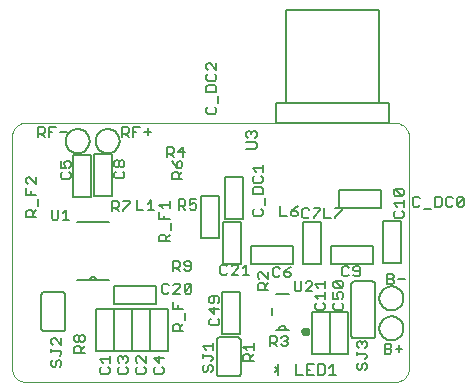
<source format=gto>
G75*
G70*
%OFA0B0*%
%FSLAX24Y24*%
%IPPOS*%
%LPD*%
%AMOC8*
5,1,8,0,0,1.08239X$1,22.5*
%
%ADD10C,0.0020*%
%ADD11C,0.0060*%
%ADD12C,0.0120*%
%ADD13C,0.0050*%
%ADD14C,0.0080*%
D10*
X006654Y000650D02*
X006654Y008311D01*
X006656Y008355D01*
X006662Y008398D01*
X006671Y008440D01*
X006684Y008482D01*
X006701Y008522D01*
X006721Y008561D01*
X006744Y008598D01*
X006771Y008632D01*
X006800Y008665D01*
X006833Y008694D01*
X006867Y008721D01*
X006904Y008744D01*
X006943Y008764D01*
X006983Y008781D01*
X007025Y008794D01*
X007067Y008803D01*
X007110Y008809D01*
X007154Y008811D01*
X019402Y008811D01*
X019446Y008809D01*
X019489Y008803D01*
X019531Y008794D01*
X019573Y008781D01*
X019613Y008764D01*
X019652Y008744D01*
X019689Y008721D01*
X019723Y008694D01*
X019756Y008665D01*
X019785Y008632D01*
X019812Y008598D01*
X019835Y008561D01*
X019855Y008522D01*
X019872Y008482D01*
X019885Y008440D01*
X019894Y008398D01*
X019900Y008355D01*
X019902Y008311D01*
X019902Y000650D01*
X019900Y000606D01*
X019894Y000563D01*
X019885Y000521D01*
X019872Y000479D01*
X019855Y000439D01*
X019835Y000400D01*
X019812Y000363D01*
X019785Y000329D01*
X019756Y000296D01*
X019723Y000267D01*
X019689Y000240D01*
X019652Y000217D01*
X019613Y000197D01*
X019573Y000180D01*
X019531Y000167D01*
X019489Y000158D01*
X019446Y000152D01*
X019402Y000150D01*
X007154Y000150D01*
X007110Y000152D01*
X007067Y000158D01*
X007025Y000167D01*
X006983Y000180D01*
X006943Y000197D01*
X006904Y000217D01*
X006867Y000240D01*
X006833Y000267D01*
X006800Y000296D01*
X006771Y000329D01*
X006744Y000363D01*
X006721Y000400D01*
X006701Y000439D01*
X006684Y000479D01*
X006671Y000521D01*
X006662Y000563D01*
X006656Y000606D01*
X006654Y000650D01*
D11*
X007970Y000726D02*
X008027Y000669D01*
X008083Y000669D01*
X008140Y000726D01*
X008140Y000839D01*
X008197Y000896D01*
X008254Y000896D01*
X008310Y000839D01*
X008310Y000726D01*
X008254Y000669D01*
X007970Y000726D02*
X007970Y000839D01*
X008027Y000896D01*
X008254Y001037D02*
X008310Y001094D01*
X008310Y001151D01*
X008254Y001207D01*
X007970Y001207D01*
X007970Y001151D02*
X007970Y001264D01*
X008027Y001406D02*
X007970Y001462D01*
X007970Y001576D01*
X008027Y001632D01*
X008083Y001632D01*
X008310Y001406D01*
X008310Y001632D01*
X008744Y001662D02*
X008801Y001719D01*
X008857Y001719D01*
X008914Y001662D01*
X008914Y001549D01*
X008857Y001492D01*
X008801Y001492D01*
X008744Y001549D01*
X008744Y001662D01*
X008914Y001662D02*
X008971Y001719D01*
X009028Y001719D01*
X009084Y001662D01*
X009084Y001549D01*
X009028Y001492D01*
X008971Y001492D01*
X008914Y001549D01*
X008914Y001351D02*
X008971Y001294D01*
X008971Y001124D01*
X008971Y001237D02*
X009084Y001351D01*
X008914Y001351D02*
X008801Y001351D01*
X008744Y001294D01*
X008744Y001124D01*
X009084Y001124D01*
X009583Y000912D02*
X009923Y000912D01*
X009923Y001025D02*
X009923Y000798D01*
X009867Y000657D02*
X009923Y000600D01*
X009923Y000487D01*
X009867Y000430D01*
X009640Y000430D01*
X009583Y000487D01*
X009583Y000600D01*
X009640Y000657D01*
X009696Y000798D02*
X009583Y000912D01*
X010183Y000855D02*
X010183Y000968D01*
X010240Y001025D01*
X010296Y001025D01*
X010353Y000968D01*
X010410Y001025D01*
X010467Y001025D01*
X010523Y000968D01*
X010523Y000855D01*
X010467Y000798D01*
X010467Y000657D02*
X010523Y000600D01*
X010523Y000487D01*
X010467Y000430D01*
X010240Y000430D01*
X010183Y000487D01*
X010183Y000600D01*
X010240Y000657D01*
X010240Y000798D02*
X010183Y000855D01*
X010353Y000912D02*
X010353Y000968D01*
X010783Y000968D02*
X010783Y000855D01*
X010840Y000798D01*
X010840Y000657D02*
X010783Y000600D01*
X010783Y000487D01*
X010840Y000430D01*
X011067Y000430D01*
X011123Y000487D01*
X011123Y000600D01*
X011067Y000657D01*
X011123Y000798D02*
X010896Y001025D01*
X010840Y001025D01*
X010783Y000968D01*
X011123Y001025D02*
X011123Y000798D01*
X011383Y000968D02*
X011553Y000798D01*
X011553Y001025D01*
X011723Y000968D02*
X011383Y000968D01*
X011440Y000657D02*
X011383Y000600D01*
X011383Y000487D01*
X011440Y000430D01*
X011667Y000430D01*
X011723Y000487D01*
X011723Y000600D01*
X011667Y000657D01*
X013020Y000666D02*
X013020Y000553D01*
X013076Y000496D01*
X013133Y000496D01*
X013190Y000553D01*
X013190Y000666D01*
X013246Y000723D01*
X013303Y000723D01*
X013360Y000666D01*
X013360Y000553D01*
X013303Y000496D01*
X013489Y000454D02*
X013489Y001554D01*
X013491Y001571D01*
X013495Y001588D01*
X013502Y001604D01*
X013512Y001618D01*
X013525Y001631D01*
X013539Y001641D01*
X013555Y001648D01*
X013572Y001652D01*
X013589Y001654D01*
X014189Y001654D01*
X014206Y001652D01*
X014223Y001648D01*
X014239Y001641D01*
X014253Y001631D01*
X014266Y001618D01*
X014276Y001604D01*
X014283Y001588D01*
X014287Y001571D01*
X014289Y001554D01*
X014289Y000454D01*
X014287Y000437D01*
X014283Y000420D01*
X014276Y000404D01*
X014266Y000390D01*
X014253Y000377D01*
X014239Y000367D01*
X014223Y000360D01*
X014206Y000356D01*
X014189Y000354D01*
X013589Y000354D01*
X013572Y000356D01*
X013555Y000360D01*
X013539Y000367D01*
X013525Y000377D01*
X013512Y000390D01*
X013502Y000404D01*
X013495Y000420D01*
X013491Y000437D01*
X013489Y000454D01*
X013076Y000723D02*
X013020Y000666D01*
X013303Y000865D02*
X013360Y000921D01*
X013360Y000978D01*
X013303Y001035D01*
X013020Y001035D01*
X013020Y001091D02*
X013020Y000978D01*
X013133Y001233D02*
X013020Y001346D01*
X013360Y001346D01*
X013360Y001233D02*
X013360Y001460D01*
X012374Y001866D02*
X012034Y001866D01*
X012034Y002036D01*
X012091Y002093D01*
X012204Y002093D01*
X012261Y002036D01*
X012261Y001866D01*
X012261Y001980D02*
X012374Y002093D01*
X012431Y002235D02*
X012431Y002461D01*
X012374Y002603D02*
X012034Y002603D01*
X012034Y002830D01*
X012204Y002716D02*
X012204Y002603D01*
X012274Y003102D02*
X012048Y003102D01*
X012274Y003329D01*
X012274Y003386D01*
X012218Y003442D01*
X012104Y003442D01*
X012048Y003386D01*
X011906Y003386D02*
X011849Y003442D01*
X011736Y003442D01*
X011679Y003386D01*
X011679Y003159D01*
X011736Y003102D01*
X011849Y003102D01*
X011906Y003159D01*
X012416Y003159D02*
X012643Y003386D01*
X012643Y003159D01*
X012586Y003102D01*
X012473Y003102D01*
X012416Y003159D01*
X012416Y003386D01*
X012473Y003442D01*
X012586Y003442D01*
X012643Y003386D01*
X012571Y003856D02*
X012457Y003856D01*
X012401Y003913D01*
X012457Y004026D02*
X012627Y004026D01*
X012627Y003913D02*
X012627Y004140D01*
X012571Y004197D01*
X012457Y004197D01*
X012401Y004140D01*
X012401Y004083D01*
X012457Y004026D01*
X012259Y004026D02*
X012202Y003970D01*
X012032Y003970D01*
X012146Y003970D02*
X012259Y003856D01*
X012259Y004026D02*
X012259Y004140D01*
X012202Y004197D01*
X012032Y004197D01*
X012032Y003856D01*
X012571Y003856D02*
X012627Y003913D01*
X013615Y004014D02*
X013615Y003787D01*
X013672Y003730D01*
X013785Y003730D01*
X013842Y003787D01*
X013984Y003730D02*
X014210Y003957D01*
X014210Y004014D01*
X014154Y004071D01*
X014040Y004071D01*
X013984Y004014D01*
X013842Y004014D02*
X013785Y004071D01*
X013672Y004071D01*
X013615Y004014D01*
X013984Y003730D02*
X014210Y003730D01*
X014352Y003730D02*
X014579Y003730D01*
X014465Y003730D02*
X014465Y004071D01*
X014352Y003957D01*
X014858Y003758D02*
X014858Y003645D01*
X014915Y003588D01*
X014915Y003447D02*
X015029Y003447D01*
X015085Y003390D01*
X015085Y003220D01*
X015085Y003333D02*
X015199Y003447D01*
X015199Y003588D02*
X014972Y003815D01*
X014915Y003815D01*
X014858Y003758D01*
X015199Y003815D02*
X015199Y003588D01*
X015362Y003713D02*
X015419Y003656D01*
X015533Y003656D01*
X015589Y003713D01*
X015731Y003713D02*
X015731Y003826D01*
X015901Y003826D01*
X015958Y003770D01*
X015958Y003713D01*
X015901Y003656D01*
X015788Y003656D01*
X015731Y003713D01*
X015731Y003826D02*
X015844Y003940D01*
X015958Y003996D01*
X015589Y003940D02*
X015533Y003996D01*
X015419Y003996D01*
X015362Y003940D01*
X015362Y003713D01*
X014915Y003447D02*
X014858Y003390D01*
X014858Y003220D01*
X015199Y003220D01*
X015468Y003110D02*
X015888Y003110D01*
X016083Y003241D02*
X016140Y003185D01*
X016253Y003185D01*
X016310Y003241D01*
X016310Y003525D01*
X016452Y003468D02*
X016508Y003525D01*
X016622Y003525D01*
X016678Y003468D01*
X016678Y003411D01*
X016452Y003185D01*
X016678Y003185D01*
X016761Y003043D02*
X017101Y003043D01*
X017101Y002930D02*
X017101Y003157D01*
X017101Y003298D02*
X017101Y003525D01*
X017101Y003412D02*
X016761Y003412D01*
X016874Y003298D01*
X016761Y003043D02*
X016874Y002930D01*
X016818Y002788D02*
X016761Y002732D01*
X016761Y002618D01*
X016818Y002561D01*
X017044Y002561D01*
X017101Y002618D01*
X017101Y002732D01*
X017044Y002788D01*
X017375Y002740D02*
X017375Y002627D01*
X017431Y002570D01*
X017658Y002570D01*
X017715Y002627D01*
X017715Y002740D01*
X017658Y002797D01*
X017658Y002938D02*
X017715Y002995D01*
X017715Y003108D01*
X017658Y003165D01*
X017545Y003165D01*
X017488Y003108D01*
X017488Y003052D01*
X017545Y002938D01*
X017375Y002938D01*
X017375Y003165D01*
X017431Y003307D02*
X017375Y003363D01*
X017375Y003477D01*
X017431Y003533D01*
X017658Y003307D01*
X017715Y003363D01*
X017715Y003477D01*
X017658Y003533D01*
X017431Y003533D01*
X017678Y003738D02*
X017734Y003681D01*
X017848Y003681D01*
X017904Y003738D01*
X018046Y003738D02*
X018103Y003681D01*
X018216Y003681D01*
X018273Y003738D01*
X018273Y003964D01*
X018216Y004021D01*
X018103Y004021D01*
X018046Y003964D01*
X018046Y003908D01*
X018103Y003851D01*
X018273Y003851D01*
X017904Y003964D02*
X017848Y004021D01*
X017734Y004021D01*
X017678Y003964D01*
X017678Y003738D01*
X018073Y003515D02*
X018673Y003515D01*
X018690Y003513D01*
X018707Y003509D01*
X018723Y003502D01*
X018737Y003492D01*
X018750Y003479D01*
X018760Y003465D01*
X018767Y003449D01*
X018771Y003432D01*
X018773Y003415D01*
X018773Y001715D01*
X018771Y001698D01*
X018767Y001681D01*
X018760Y001665D01*
X018750Y001651D01*
X018737Y001638D01*
X018723Y001628D01*
X018707Y001621D01*
X018690Y001617D01*
X018673Y001615D01*
X018073Y001615D01*
X018056Y001617D01*
X018039Y001621D01*
X018023Y001628D01*
X018009Y001638D01*
X017996Y001651D01*
X017986Y001665D01*
X017979Y001681D01*
X017975Y001698D01*
X017973Y001715D01*
X017973Y003415D01*
X017975Y003432D01*
X017979Y003449D01*
X017986Y003465D01*
X017996Y003479D01*
X018009Y003492D01*
X018023Y003502D01*
X018039Y003509D01*
X018056Y003513D01*
X018073Y003515D01*
X017658Y003307D02*
X017431Y003307D01*
X017431Y002797D02*
X017375Y002740D01*
X016083Y003241D02*
X016083Y003525D01*
X015338Y002640D02*
X015338Y002380D01*
X015468Y001910D02*
X015558Y001910D01*
X015798Y001910D01*
X015888Y001910D01*
X015798Y001910D02*
X015796Y001931D01*
X015791Y001951D01*
X015782Y001970D01*
X015770Y001987D01*
X015755Y002002D01*
X015738Y002014D01*
X015719Y002023D01*
X015699Y002028D01*
X015678Y002030D01*
X015657Y002028D01*
X015637Y002023D01*
X015618Y002014D01*
X015601Y002002D01*
X015586Y001987D01*
X015574Y001970D01*
X015565Y001951D01*
X015560Y001931D01*
X015558Y001910D01*
X015432Y001696D02*
X015262Y001696D01*
X015262Y001355D01*
X015262Y001469D02*
X015432Y001469D01*
X015489Y001526D01*
X015489Y001639D01*
X015432Y001696D01*
X015630Y001639D02*
X015687Y001696D01*
X015800Y001696D01*
X015857Y001639D01*
X015857Y001582D01*
X015800Y001526D01*
X015857Y001469D01*
X015857Y001412D01*
X015800Y001355D01*
X015687Y001355D01*
X015630Y001412D01*
X015489Y001355D02*
X015375Y001469D01*
X015744Y001526D02*
X015800Y001526D01*
X014719Y001455D02*
X014719Y001228D01*
X014719Y001342D02*
X014378Y001342D01*
X014492Y001228D01*
X014549Y001087D02*
X014605Y001030D01*
X014605Y000860D01*
X014605Y000973D02*
X014719Y001087D01*
X014549Y001087D02*
X014435Y001087D01*
X014378Y001030D01*
X014378Y000860D01*
X014719Y000860D01*
X016132Y000746D02*
X016132Y000405D01*
X016359Y000405D01*
X016500Y000405D02*
X016727Y000405D01*
X016869Y000405D02*
X017039Y000405D01*
X017095Y000462D01*
X017095Y000689D01*
X017039Y000746D01*
X016869Y000746D01*
X016869Y000405D01*
X016614Y000576D02*
X016500Y000576D01*
X016500Y000746D02*
X016500Y000405D01*
X016500Y000746D02*
X016727Y000746D01*
X017237Y000632D02*
X017350Y000746D01*
X017350Y000405D01*
X017237Y000405D02*
X017464Y000405D01*
X018163Y000622D02*
X018220Y000565D01*
X018277Y000565D01*
X018333Y000622D01*
X018333Y000735D01*
X018390Y000792D01*
X018447Y000792D01*
X018504Y000735D01*
X018504Y000622D01*
X018447Y000565D01*
X018163Y000622D02*
X018163Y000735D01*
X018220Y000792D01*
X018163Y001047D02*
X018163Y001160D01*
X018163Y001103D02*
X018447Y001103D01*
X018504Y001047D01*
X018504Y000990D01*
X018447Y000933D01*
X018447Y001302D02*
X018504Y001358D01*
X018504Y001472D01*
X018447Y001528D01*
X018390Y001528D01*
X018333Y001472D01*
X018333Y001415D01*
X018333Y001472D02*
X018277Y001528D01*
X018220Y001528D01*
X018163Y001472D01*
X018163Y001358D01*
X018220Y001302D01*
X019083Y001270D02*
X019253Y001270D01*
X019310Y001213D01*
X019310Y001157D01*
X019253Y001100D01*
X019083Y001100D01*
X019083Y001440D01*
X019253Y001440D01*
X019310Y001384D01*
X019310Y001327D01*
X019253Y001270D01*
X019452Y001270D02*
X019678Y001270D01*
X019565Y001157D02*
X019565Y001384D01*
X019343Y003420D02*
X019173Y003420D01*
X019173Y003760D01*
X019343Y003760D01*
X019400Y003704D01*
X019400Y003647D01*
X019343Y003590D01*
X019173Y003590D01*
X019343Y003590D02*
X019400Y003533D01*
X019400Y003477D01*
X019343Y003420D01*
X019542Y003590D02*
X019768Y003590D01*
X017431Y005615D02*
X017431Y005671D01*
X017658Y005898D01*
X017658Y005955D01*
X017431Y005955D01*
X017062Y005955D02*
X017062Y005615D01*
X017289Y005615D01*
X016943Y005897D02*
X016716Y005670D01*
X016716Y005613D01*
X016575Y005670D02*
X016518Y005613D01*
X016405Y005613D01*
X016348Y005670D01*
X016348Y005897D01*
X016405Y005954D01*
X016518Y005954D01*
X016575Y005897D01*
X016716Y005954D02*
X016943Y005954D01*
X016943Y005897D01*
X016197Y005794D02*
X016197Y005737D01*
X016140Y005680D01*
X016027Y005680D01*
X015970Y005737D01*
X015970Y005850D01*
X016140Y005850D01*
X016197Y005794D01*
X016084Y005964D02*
X015970Y005850D01*
X016084Y005964D02*
X016197Y006021D01*
X015829Y005680D02*
X015602Y005680D01*
X015602Y006021D01*
X015087Y006060D02*
X015087Y006287D01*
X015030Y006429D02*
X014690Y006429D01*
X014690Y006599D01*
X014747Y006655D01*
X014973Y006655D01*
X015030Y006599D01*
X015030Y006429D01*
X014973Y006797D02*
X015030Y006854D01*
X015030Y006967D01*
X014973Y007024D01*
X015030Y007165D02*
X015030Y007392D01*
X015030Y007279D02*
X014690Y007279D01*
X014803Y007165D01*
X014747Y007024D02*
X014690Y006967D01*
X014690Y006854D01*
X014747Y006797D01*
X014973Y006797D01*
X014973Y005919D02*
X015030Y005862D01*
X015030Y005749D01*
X014973Y005692D01*
X014747Y005692D01*
X014690Y005749D01*
X014690Y005862D01*
X014747Y005919D01*
X012811Y005963D02*
X012754Y005906D01*
X012641Y005906D01*
X012584Y005963D01*
X012584Y006076D02*
X012697Y006133D01*
X012754Y006133D01*
X012811Y006076D01*
X012811Y005963D01*
X012584Y006076D02*
X012584Y006247D01*
X012811Y006247D01*
X012442Y006190D02*
X012442Y006076D01*
X012386Y006020D01*
X012216Y006020D01*
X012329Y006020D02*
X012442Y005906D01*
X012216Y005906D02*
X012216Y006247D01*
X012386Y006247D01*
X012442Y006190D01*
X011919Y006181D02*
X011919Y005954D01*
X011919Y006068D02*
X011578Y006068D01*
X011692Y005954D01*
X011578Y005813D02*
X011578Y005586D01*
X011919Y005586D01*
X011975Y005445D02*
X011975Y005218D01*
X011919Y005076D02*
X011805Y004963D01*
X011805Y005020D02*
X011805Y004849D01*
X011919Y004849D02*
X011578Y004849D01*
X011578Y005020D01*
X011635Y005076D01*
X011748Y005076D01*
X011805Y005020D01*
X011748Y005586D02*
X011748Y005699D01*
X010592Y006132D02*
X010365Y005905D01*
X010365Y005848D01*
X010224Y005848D02*
X010110Y005962D01*
X010167Y005962D02*
X009997Y005962D01*
X009997Y005848D02*
X009997Y006189D01*
X010167Y006189D01*
X010224Y006132D01*
X010224Y006018D01*
X010167Y005962D01*
X010365Y006189D02*
X010592Y006189D01*
X010592Y006132D01*
X009900Y005510D02*
X008820Y005510D01*
X008900Y005510D02*
X009820Y005510D01*
X008582Y005560D02*
X008355Y005560D01*
X008469Y005560D02*
X008469Y005901D01*
X008355Y005787D01*
X008214Y005901D02*
X008214Y005617D01*
X008157Y005560D01*
X008044Y005560D01*
X007987Y005617D01*
X007987Y005901D01*
X007523Y006031D02*
X007523Y006258D01*
X007467Y006400D02*
X007126Y006400D01*
X007126Y006627D01*
X007183Y006768D02*
X007126Y006825D01*
X007126Y006938D01*
X007183Y006995D01*
X007240Y006995D01*
X007467Y006768D01*
X007467Y006995D01*
X008288Y006987D02*
X008345Y006930D01*
X008571Y006930D01*
X008628Y006987D01*
X008628Y007100D01*
X008571Y007157D01*
X008571Y007298D02*
X008628Y007355D01*
X008628Y007468D01*
X008571Y007525D01*
X008458Y007525D01*
X008401Y007468D01*
X008401Y007412D01*
X008458Y007298D01*
X008288Y007298D01*
X008288Y007525D01*
X008345Y007157D02*
X008288Y007100D01*
X008288Y006987D01*
X007296Y006513D02*
X007296Y006400D01*
X007296Y005890D02*
X007183Y005890D01*
X007126Y005833D01*
X007126Y005663D01*
X007467Y005663D01*
X007353Y005663D02*
X007353Y005833D01*
X007296Y005890D01*
X007353Y005777D02*
X007467Y005890D01*
X010073Y007007D02*
X010130Y006950D01*
X010357Y006950D01*
X010413Y007007D01*
X010413Y007120D01*
X010357Y007177D01*
X010357Y007318D02*
X010300Y007318D01*
X010243Y007375D01*
X010243Y007488D01*
X010300Y007545D01*
X010357Y007545D01*
X010413Y007488D01*
X010413Y007375D01*
X010357Y007318D01*
X010243Y007375D02*
X010186Y007318D01*
X010130Y007318D01*
X010073Y007375D01*
X010073Y007488D01*
X010130Y007545D01*
X010186Y007545D01*
X010243Y007488D01*
X010130Y007177D02*
X010073Y007120D01*
X010073Y007007D01*
X011833Y007655D02*
X011833Y007995D01*
X012003Y007995D01*
X012060Y007938D01*
X012060Y007825D01*
X012003Y007768D01*
X011833Y007768D01*
X011947Y007768D02*
X012060Y007655D01*
X012007Y007527D02*
X012063Y007414D01*
X012177Y007301D01*
X012177Y007471D01*
X012234Y007527D01*
X012290Y007527D01*
X012347Y007471D01*
X012347Y007357D01*
X012290Y007301D01*
X012177Y007301D01*
X012177Y007159D02*
X012234Y007102D01*
X012234Y006932D01*
X012347Y006932D02*
X012007Y006932D01*
X012007Y007102D01*
X012063Y007159D01*
X012177Y007159D01*
X012234Y007046D02*
X012347Y007159D01*
X012372Y007655D02*
X012372Y007995D01*
X012202Y007825D01*
X012428Y007825D01*
X011297Y008500D02*
X011070Y008500D01*
X011183Y008387D02*
X011183Y008614D01*
X010928Y008670D02*
X010702Y008670D01*
X010702Y008330D01*
X010560Y008330D02*
X010447Y008443D01*
X010503Y008443D02*
X010333Y008443D01*
X010333Y008330D02*
X010333Y008670D01*
X010503Y008670D01*
X010560Y008614D01*
X010560Y008500D01*
X010503Y008443D01*
X010702Y008500D02*
X010815Y008500D01*
X008497Y008500D02*
X008270Y008500D01*
X008015Y008500D02*
X007902Y008500D01*
X007760Y008500D02*
X007760Y008614D01*
X007703Y008670D01*
X007533Y008670D01*
X007533Y008330D01*
X007533Y008443D02*
X007703Y008443D01*
X007760Y008500D01*
X007647Y008443D02*
X007760Y008330D01*
X007902Y008330D02*
X007902Y008670D01*
X008128Y008670D01*
X013142Y009146D02*
X013199Y009089D01*
X013426Y009089D01*
X013482Y009146D01*
X013482Y009259D01*
X013426Y009316D01*
X013539Y009457D02*
X013539Y009684D01*
X013482Y009825D02*
X013142Y009825D01*
X013142Y009996D01*
X013199Y010052D01*
X013426Y010052D01*
X013482Y009996D01*
X013482Y009825D01*
X013426Y010194D02*
X013482Y010250D01*
X013482Y010364D01*
X013426Y010421D01*
X013482Y010562D02*
X013256Y010789D01*
X013199Y010789D01*
X013142Y010732D01*
X013142Y010619D01*
X013199Y010562D01*
X013199Y010421D02*
X013142Y010364D01*
X013142Y010250D01*
X013199Y010194D01*
X013426Y010194D01*
X013482Y010562D02*
X013482Y010789D01*
X013199Y009316D02*
X013142Y009259D01*
X013142Y009146D01*
X014479Y008471D02*
X014536Y008528D01*
X014592Y008528D01*
X014649Y008471D01*
X014706Y008528D01*
X014763Y008528D01*
X014819Y008471D01*
X014819Y008358D01*
X014763Y008301D01*
X014763Y008159D02*
X014479Y008159D01*
X014536Y008301D02*
X014479Y008358D01*
X014479Y008471D01*
X014649Y008471D02*
X014649Y008414D01*
X014763Y008159D02*
X014819Y008103D01*
X014819Y007989D01*
X014763Y007933D01*
X014479Y007933D01*
X019390Y006548D02*
X019390Y006434D01*
X019446Y006377D01*
X019673Y006377D01*
X019446Y006604D01*
X019673Y006604D01*
X019730Y006548D01*
X019730Y006434D01*
X019673Y006377D01*
X019730Y006236D02*
X019730Y006009D01*
X019730Y006123D02*
X019390Y006123D01*
X019503Y006009D01*
X019446Y005868D02*
X019390Y005811D01*
X019390Y005698D01*
X019446Y005641D01*
X019673Y005641D01*
X019730Y005698D01*
X019730Y005811D01*
X019673Y005868D01*
X020025Y006053D02*
X020082Y005997D01*
X020195Y005997D01*
X020252Y006053D01*
X020393Y005940D02*
X020620Y005940D01*
X020762Y005997D02*
X020932Y005997D01*
X020989Y006053D01*
X020989Y006280D01*
X020932Y006337D01*
X020762Y006337D01*
X020762Y005997D01*
X021130Y006053D02*
X021187Y005997D01*
X021300Y005997D01*
X021357Y006053D01*
X021498Y006053D02*
X021725Y006280D01*
X021725Y006053D01*
X021668Y005997D01*
X021555Y005997D01*
X021498Y006053D01*
X021498Y006280D01*
X021555Y006337D01*
X021668Y006337D01*
X021725Y006280D01*
X021357Y006280D02*
X021300Y006337D01*
X021187Y006337D01*
X021130Y006280D01*
X021130Y006053D01*
X020252Y006280D02*
X020195Y006337D01*
X020082Y006337D01*
X020025Y006280D01*
X020025Y006053D01*
X019446Y006604D02*
X019390Y006548D01*
X013579Y002957D02*
X013522Y003013D01*
X013295Y003013D01*
X013238Y002957D01*
X013238Y002843D01*
X013295Y002787D01*
X013352Y002787D01*
X013409Y002843D01*
X013409Y003013D01*
X013579Y002957D02*
X013579Y002843D01*
X013522Y002787D01*
X013409Y002645D02*
X013409Y002418D01*
X013238Y002588D01*
X013579Y002588D01*
X013522Y002277D02*
X013579Y002220D01*
X013579Y002107D01*
X013522Y002050D01*
X013295Y002050D01*
X013238Y002107D01*
X013238Y002220D01*
X013295Y002277D01*
X009900Y003550D02*
X008820Y003550D01*
X008900Y003550D02*
X009240Y003550D01*
X009480Y003550D01*
X009820Y003550D01*
X009480Y003550D02*
X009478Y003571D01*
X009473Y003591D01*
X009464Y003610D01*
X009452Y003627D01*
X009437Y003642D01*
X009420Y003654D01*
X009401Y003663D01*
X009381Y003668D01*
X009360Y003670D01*
X009339Y003668D01*
X009319Y003663D01*
X009300Y003654D01*
X009283Y003642D01*
X009268Y003627D01*
X009256Y003610D01*
X009247Y003591D01*
X009242Y003571D01*
X009240Y003550D01*
X009242Y003571D01*
X009247Y003591D01*
X009256Y003610D01*
X009268Y003627D01*
X009283Y003642D01*
X009300Y003654D01*
X009319Y003663D01*
X009339Y003668D01*
X009360Y003670D01*
X009381Y003668D01*
X009401Y003663D01*
X009420Y003654D01*
X009437Y003642D01*
X009452Y003627D01*
X009464Y003610D01*
X009473Y003591D01*
X009478Y003571D01*
X009480Y003550D01*
X008441Y003061D02*
X008441Y001961D01*
X008439Y001944D01*
X008435Y001927D01*
X008428Y001911D01*
X008418Y001897D01*
X008405Y001884D01*
X008391Y001874D01*
X008375Y001867D01*
X008358Y001863D01*
X008341Y001861D01*
X007741Y001861D01*
X007724Y001863D01*
X007707Y001867D01*
X007691Y001874D01*
X007677Y001884D01*
X007664Y001897D01*
X007654Y001911D01*
X007647Y001927D01*
X007643Y001944D01*
X007641Y001961D01*
X007641Y003061D01*
X007643Y003078D01*
X007647Y003095D01*
X007654Y003111D01*
X007664Y003125D01*
X007677Y003138D01*
X007691Y003148D01*
X007707Y003155D01*
X007724Y003159D01*
X007741Y003161D01*
X008341Y003161D01*
X008358Y003159D01*
X008375Y003155D01*
X008391Y003148D01*
X008405Y003138D01*
X008418Y003125D01*
X008428Y003111D01*
X008435Y003095D01*
X008439Y003078D01*
X008441Y003061D01*
D12*
X016378Y001830D02*
X016380Y001847D01*
X016385Y001864D01*
X016394Y001878D01*
X016406Y001891D01*
X016421Y001901D01*
X016437Y001907D01*
X016454Y001910D01*
X016471Y001909D01*
X016488Y001904D01*
X016503Y001896D01*
X016516Y001885D01*
X016527Y001871D01*
X016534Y001856D01*
X016538Y001839D01*
X016538Y001821D01*
X016534Y001804D01*
X016527Y001789D01*
X016516Y001775D01*
X016503Y001764D01*
X016488Y001756D01*
X016471Y001751D01*
X016454Y001750D01*
X016437Y001753D01*
X016421Y001759D01*
X016406Y001769D01*
X016394Y001782D01*
X016385Y001796D01*
X016380Y001813D01*
X016378Y001830D01*
D13*
X016655Y002494D02*
X017255Y002494D01*
X017255Y001094D01*
X016655Y001094D01*
X016655Y002494D01*
X017252Y002490D02*
X017852Y002490D01*
X017852Y001090D01*
X017252Y001090D01*
X017252Y002490D01*
X018913Y002950D02*
X018915Y002990D01*
X018921Y003029D01*
X018931Y003068D01*
X018944Y003105D01*
X018962Y003141D01*
X018983Y003175D01*
X019007Y003207D01*
X019034Y003236D01*
X019064Y003263D01*
X019096Y003286D01*
X019131Y003306D01*
X019167Y003322D01*
X019205Y003335D01*
X019244Y003344D01*
X019283Y003349D01*
X019323Y003350D01*
X019363Y003347D01*
X019402Y003340D01*
X019440Y003329D01*
X019478Y003315D01*
X019513Y003296D01*
X019546Y003275D01*
X019578Y003250D01*
X019606Y003222D01*
X019632Y003192D01*
X019654Y003159D01*
X019673Y003124D01*
X019689Y003087D01*
X019701Y003049D01*
X019709Y003010D01*
X019713Y002970D01*
X019713Y002930D01*
X019709Y002890D01*
X019701Y002851D01*
X019689Y002813D01*
X019673Y002776D01*
X019654Y002741D01*
X019632Y002708D01*
X019606Y002678D01*
X019578Y002650D01*
X019546Y002625D01*
X019513Y002604D01*
X019478Y002585D01*
X019440Y002571D01*
X019402Y002560D01*
X019363Y002553D01*
X019323Y002550D01*
X019283Y002551D01*
X019244Y002556D01*
X019205Y002565D01*
X019167Y002578D01*
X019131Y002594D01*
X019096Y002614D01*
X019064Y002637D01*
X019034Y002664D01*
X019007Y002693D01*
X018983Y002725D01*
X018962Y002759D01*
X018944Y002795D01*
X018931Y002832D01*
X018921Y002871D01*
X018915Y002910D01*
X018913Y002950D01*
X018913Y001950D02*
X018915Y001990D01*
X018921Y002029D01*
X018931Y002068D01*
X018944Y002105D01*
X018962Y002141D01*
X018983Y002175D01*
X019007Y002207D01*
X019034Y002236D01*
X019064Y002263D01*
X019096Y002286D01*
X019131Y002306D01*
X019167Y002322D01*
X019205Y002335D01*
X019244Y002344D01*
X019283Y002349D01*
X019323Y002350D01*
X019363Y002347D01*
X019402Y002340D01*
X019440Y002329D01*
X019478Y002315D01*
X019513Y002296D01*
X019546Y002275D01*
X019578Y002250D01*
X019606Y002222D01*
X019632Y002192D01*
X019654Y002159D01*
X019673Y002124D01*
X019689Y002087D01*
X019701Y002049D01*
X019709Y002010D01*
X019713Y001970D01*
X019713Y001930D01*
X019709Y001890D01*
X019701Y001851D01*
X019689Y001813D01*
X019673Y001776D01*
X019654Y001741D01*
X019632Y001708D01*
X019606Y001678D01*
X019578Y001650D01*
X019546Y001625D01*
X019513Y001604D01*
X019478Y001585D01*
X019440Y001571D01*
X019402Y001560D01*
X019363Y001553D01*
X019323Y001550D01*
X019283Y001551D01*
X019244Y001556D01*
X019205Y001565D01*
X019167Y001578D01*
X019131Y001594D01*
X019096Y001614D01*
X019064Y001637D01*
X019034Y001664D01*
X019007Y001693D01*
X018983Y001725D01*
X018962Y001759D01*
X018944Y001795D01*
X018931Y001832D01*
X018921Y001871D01*
X018915Y001910D01*
X018913Y001950D01*
X018690Y004090D02*
X017290Y004090D01*
X017290Y004690D01*
X018690Y004690D01*
X018690Y004090D01*
X019020Y004112D02*
X019620Y004112D01*
X019620Y005512D01*
X019020Y005512D01*
X019020Y004112D01*
X016951Y004111D02*
X016351Y004111D01*
X016351Y005511D01*
X016951Y005511D01*
X016951Y004111D01*
X016022Y004083D02*
X016022Y004683D01*
X014622Y004683D01*
X014622Y004083D01*
X016022Y004083D01*
X014291Y004108D02*
X013691Y004108D01*
X013691Y005508D01*
X014291Y005508D01*
X014291Y004108D01*
X013553Y004950D02*
X012953Y004950D01*
X012953Y006350D01*
X013553Y006350D01*
X013553Y004950D01*
X013780Y005603D02*
X014380Y005603D01*
X014380Y007003D01*
X013780Y007003D01*
X013780Y005603D01*
X017553Y005950D02*
X017553Y006550D01*
X018953Y006550D01*
X018953Y005950D01*
X017553Y005950D01*
X014258Y003150D02*
X013658Y003150D01*
X013658Y001750D01*
X014258Y001750D01*
X014258Y003150D01*
X011873Y002600D02*
X011873Y001200D01*
X011273Y001200D01*
X011273Y002600D01*
X011873Y002600D01*
X011479Y002752D02*
X011479Y003352D01*
X010079Y003352D01*
X010079Y002752D01*
X011479Y002752D01*
X011273Y002600D02*
X011273Y001200D01*
X010673Y001200D01*
X010073Y001200D01*
X010073Y002600D01*
X010673Y002600D01*
X010673Y001200D01*
X010673Y002600D01*
X011273Y002600D01*
X010073Y002600D02*
X010073Y001200D01*
X009473Y001200D01*
X009473Y002600D01*
X010073Y002600D01*
X009993Y006350D02*
X009393Y006350D01*
X009393Y007750D01*
X009993Y007750D01*
X009993Y006350D01*
X009313Y006330D02*
X008713Y006330D01*
X008713Y007730D01*
X009313Y007730D01*
X009313Y006330D01*
X008453Y008190D02*
X008455Y008230D01*
X008461Y008269D01*
X008471Y008308D01*
X008484Y008345D01*
X008502Y008381D01*
X008523Y008415D01*
X008547Y008447D01*
X008574Y008476D01*
X008604Y008503D01*
X008636Y008526D01*
X008671Y008546D01*
X008707Y008562D01*
X008745Y008575D01*
X008784Y008584D01*
X008823Y008589D01*
X008863Y008590D01*
X008903Y008587D01*
X008942Y008580D01*
X008980Y008569D01*
X009018Y008555D01*
X009053Y008536D01*
X009086Y008515D01*
X009118Y008490D01*
X009146Y008462D01*
X009172Y008432D01*
X009194Y008399D01*
X009213Y008364D01*
X009229Y008327D01*
X009241Y008289D01*
X009249Y008250D01*
X009253Y008210D01*
X009253Y008170D01*
X009249Y008130D01*
X009241Y008091D01*
X009229Y008053D01*
X009213Y008016D01*
X009194Y007981D01*
X009172Y007948D01*
X009146Y007918D01*
X009118Y007890D01*
X009086Y007865D01*
X009053Y007844D01*
X009018Y007825D01*
X008980Y007811D01*
X008942Y007800D01*
X008903Y007793D01*
X008863Y007790D01*
X008823Y007791D01*
X008784Y007796D01*
X008745Y007805D01*
X008707Y007818D01*
X008671Y007834D01*
X008636Y007854D01*
X008604Y007877D01*
X008574Y007904D01*
X008547Y007933D01*
X008523Y007965D01*
X008502Y007999D01*
X008484Y008035D01*
X008471Y008072D01*
X008461Y008111D01*
X008455Y008150D01*
X008453Y008190D01*
X009453Y008190D02*
X009455Y008230D01*
X009461Y008269D01*
X009471Y008308D01*
X009484Y008345D01*
X009502Y008381D01*
X009523Y008415D01*
X009547Y008447D01*
X009574Y008476D01*
X009604Y008503D01*
X009636Y008526D01*
X009671Y008546D01*
X009707Y008562D01*
X009745Y008575D01*
X009784Y008584D01*
X009823Y008589D01*
X009863Y008590D01*
X009903Y008587D01*
X009942Y008580D01*
X009980Y008569D01*
X010018Y008555D01*
X010053Y008536D01*
X010086Y008515D01*
X010118Y008490D01*
X010146Y008462D01*
X010172Y008432D01*
X010194Y008399D01*
X010213Y008364D01*
X010229Y008327D01*
X010241Y008289D01*
X010249Y008250D01*
X010253Y008210D01*
X010253Y008170D01*
X010249Y008130D01*
X010241Y008091D01*
X010229Y008053D01*
X010213Y008016D01*
X010194Y007981D01*
X010172Y007948D01*
X010146Y007918D01*
X010118Y007890D01*
X010086Y007865D01*
X010053Y007844D01*
X010018Y007825D01*
X009980Y007811D01*
X009942Y007800D01*
X009903Y007793D01*
X009863Y007790D01*
X009823Y007791D01*
X009784Y007796D01*
X009745Y007805D01*
X009707Y007818D01*
X009671Y007834D01*
X009636Y007854D01*
X009604Y007877D01*
X009574Y007904D01*
X009547Y007933D01*
X009523Y007965D01*
X009502Y007999D01*
X009484Y008035D01*
X009471Y008072D01*
X009461Y008111D01*
X009455Y008150D01*
X009453Y008190D01*
D14*
X010828Y006212D02*
X010828Y005891D01*
X011042Y005891D01*
X011197Y005891D02*
X011410Y005891D01*
X011303Y005891D02*
X011303Y006212D01*
X011197Y006105D01*
X015478Y008811D02*
X015478Y009461D01*
X015793Y009461D01*
X015793Y012561D01*
X018913Y012561D01*
X018913Y009461D01*
X019228Y009461D01*
X019228Y008811D01*
X018828Y008811D01*
X017503Y008811D01*
X017203Y008811D01*
X015878Y008811D01*
X015478Y008811D01*
X015793Y009461D02*
X018913Y009461D01*
X015539Y000767D02*
X015539Y000585D01*
X015417Y000493D01*
X015539Y000404D02*
X015539Y000585D01*
X015533Y000595D02*
X015417Y000671D01*
M02*

</source>
